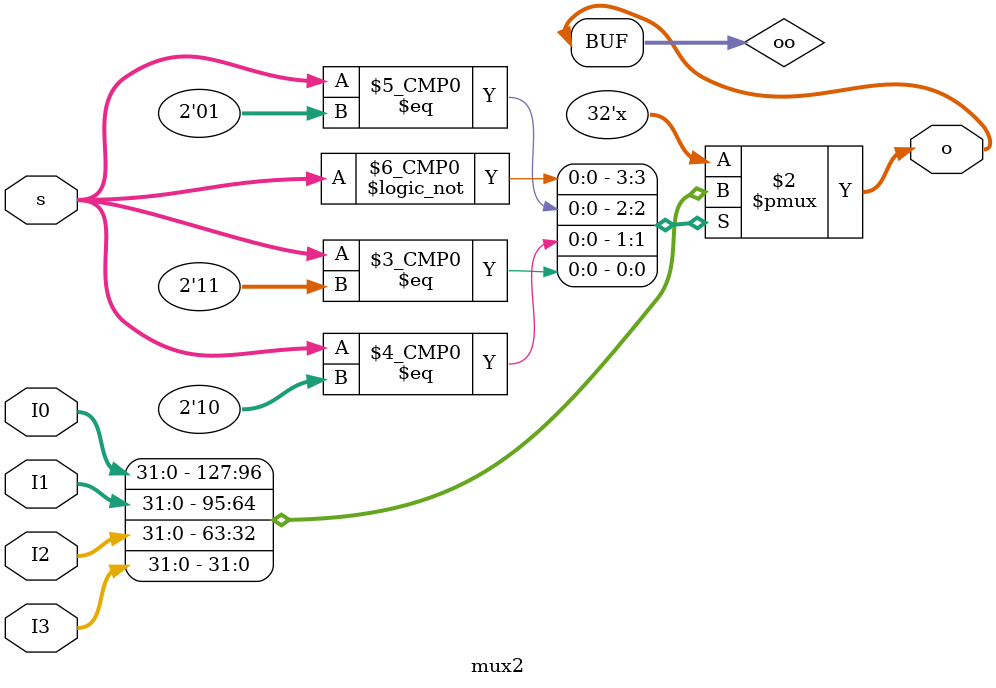
<source format=v>
`timescale 1ns / 1ps


module mux2(
input [31:0] I0,
input [31:0] I1,
input [31:0] I2,
input [31:0] I3,
input [1:0] s,
 // 2'b00 ±íÊ¾Ð´»ØrdµÄÊý¾ÝÀ´×ÔALU, 2'b01±íÊ¾Êý¾ÝÀ´×Ôimm, 
 //2'b10±íÊ¾Êý¾ÝÀ´×Ôpc+4, 2'b11 ±íÊ¾Êý¾ÝÀ´×Ôdata memory
output [31:0]o
    );
    reg [31:0] oo;
    
    always @(*) 
    case(s)
    2'b00: oo <= I0;
    2'b01: oo <= I1;
    2'b10: oo <= I2;
    2'b11: oo <= I3;
    endcase
    assign o=oo;
endmodule

</source>
